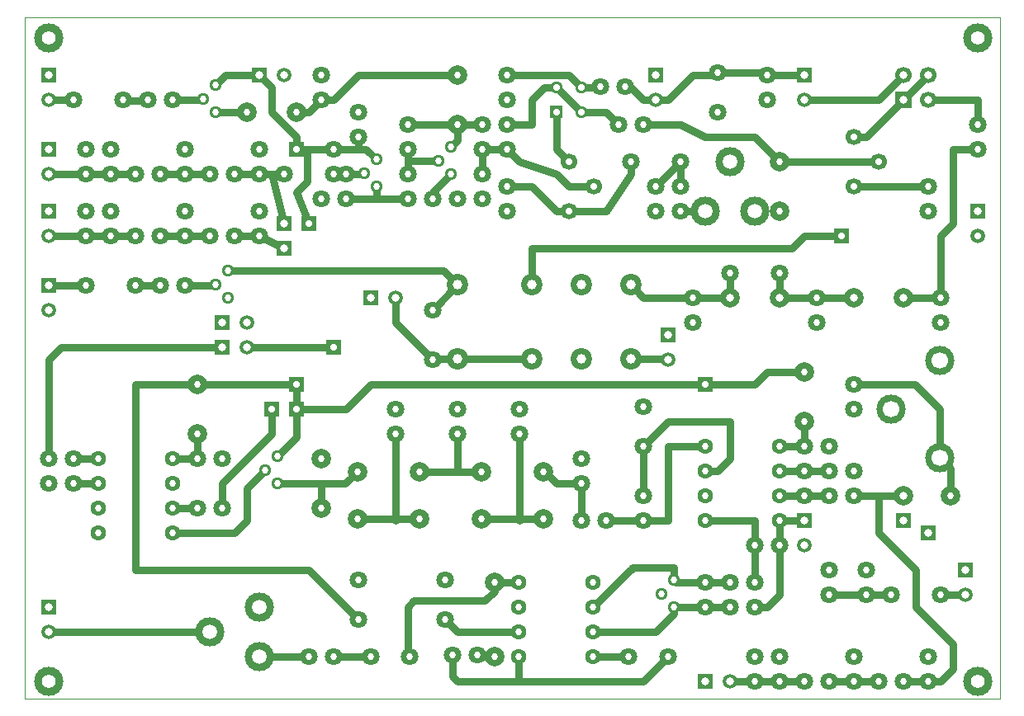
<source format=gbr>
%FSLAX34Y34*%
%MOMM*%
%LNSILK_TOP*%
G71*
G01*
%ADD10C, 0.00*%
%ADD11C, 1.52*%
%ADD12C, 1.80*%
%ADD13C, 0.80*%
%ADD14C, 1.28*%
%ADD15C, 2.00*%
%ADD16C, 1.70*%
%ADD17C, 1.28*%
%ADD18C, 3.00*%
%ADD19C, 1.70*%
%ADD20C, 1.60*%
%ADD21C, 2.20*%
%ADD22C, 1.52*%
%ADD23C, 2.00*%
%ADD24C, 3.00*%
%ADD25C, 3.00*%
%ADD26C, 0.60*%
%ADD27C, 0.52*%
%ADD28C, 0.70*%
%ADD29C, 0.72*%
%ADD30C, 1.50*%
%ADD31C, 1.00*%
%ADD32C, 1.70*%
%ADD33C, 1.40*%
%ADD34C, 0.69*%
%LPD*%
G54D10*
X-50000Y1050000D02*
X950000Y1050000D01*
X950000Y350000D01*
X-50000Y350000D01*
X-50000Y1050000D01*
G36*
X-17800Y998200D02*
X-17800Y983000D01*
X-33000Y983000D01*
X-33000Y998200D01*
X-17800Y998200D01*
G37*
X-25400Y965200D02*
G54D11*
D03*
X76200Y965200D02*
G54D12*
D03*
X101600Y965200D02*
G54D12*
D03*
X50800Y965200D02*
G54D12*
D03*
X0Y965200D02*
G54D12*
D03*
G54D13*
X51808Y963933D02*
X74933Y963933D01*
X76200Y965200D01*
X145766Y952171D02*
G54D14*
D03*
X133066Y966171D02*
G54D14*
D03*
X145766Y980171D02*
G54D14*
D03*
G36*
X182900Y998200D02*
X198100Y998200D01*
X198100Y983000D01*
X182900Y983000D01*
X182900Y998200D01*
G37*
X215900Y990600D02*
G54D11*
D03*
G54D13*
X190500Y990600D02*
X156195Y990600D01*
X145766Y980171D01*
X177800Y952500D02*
G54D15*
D03*
X228600Y952500D02*
G54D15*
D03*
G54D13*
X177800Y952500D02*
X146095Y952500D01*
X145766Y952171D01*
X254000Y990600D02*
G54D12*
D03*
X254000Y965200D02*
G54D12*
D03*
X310866Y875971D02*
G54D14*
D03*
X298166Y889971D02*
G54D14*
D03*
X310866Y903971D02*
G54D14*
D03*
G36*
X-17800Y922000D02*
X-17800Y906800D01*
X-33000Y906800D01*
X-33000Y922000D01*
X-17800Y922000D01*
G37*
X-25400Y889000D02*
G54D11*
D03*
X12700Y914400D02*
G54D12*
D03*
X12700Y889000D02*
G54D12*
D03*
X38100Y914400D02*
G54D12*
D03*
X38100Y889000D02*
G54D12*
D03*
X63500Y889000D02*
G54D12*
D03*
X88900Y889000D02*
G54D12*
D03*
X114300Y914400D02*
G54D12*
D03*
X114300Y889000D02*
G54D12*
D03*
X139700Y889000D02*
G54D12*
D03*
X165100Y889000D02*
G54D12*
D03*
X190500Y914400D02*
G54D12*
D03*
X190500Y889000D02*
G54D12*
D03*
G54D13*
X-25400Y889000D02*
X12700Y889000D01*
X38100Y889000D01*
X63500Y889000D01*
G54D13*
X88900Y889000D02*
X114300Y889000D01*
X139700Y889000D01*
G54D13*
X165100Y889000D02*
X190500Y889000D01*
G54D13*
X-25400Y965200D02*
X0Y965200D01*
G54D13*
X101600Y965200D02*
X132095Y965200D01*
X133066Y966171D01*
X266700Y914400D02*
G54D12*
D03*
X266700Y889000D02*
G54D12*
D03*
G54D13*
X266700Y889000D02*
X297195Y889000D01*
X298166Y889971D01*
G54D13*
X266700Y914400D02*
X300437Y914400D01*
X310866Y903971D01*
X292100Y952500D02*
G54D12*
D03*
X292100Y927100D02*
G54D12*
D03*
G54D13*
X292100Y927100D02*
X292100Y914400D01*
G54D13*
X228600Y952500D02*
X241300Y952500D01*
X254000Y965200D01*
X342900Y863600D02*
G54D12*
D03*
X342900Y889000D02*
G54D12*
D03*
X387066Y888671D02*
G54D14*
D03*
X374366Y902671D02*
G54D14*
D03*
X387066Y916671D02*
G54D14*
D03*
X342900Y939800D02*
G54D12*
D03*
X342900Y914400D02*
G54D12*
D03*
G54D13*
X342900Y889000D02*
X342900Y914400D01*
X254000Y863600D02*
G54D12*
D03*
X279400Y863600D02*
G54D12*
D03*
G54D13*
X279400Y863600D02*
X342900Y863600D01*
G54D13*
X310866Y875971D02*
X310866Y863421D01*
X310766Y863321D01*
X393700Y990600D02*
G54D15*
D03*
X393700Y939800D02*
G54D15*
D03*
G54D13*
X254000Y965200D02*
X266700Y965200D01*
X292100Y990600D01*
X393700Y990600D01*
G54D13*
X393700Y939800D02*
X393700Y923305D01*
X387066Y916671D01*
G54D13*
X374366Y902671D02*
X343871Y902671D01*
X342900Y901700D01*
G54D13*
X342900Y939800D02*
X393700Y939800D01*
X419100Y939800D02*
G54D12*
D03*
X419100Y914400D02*
G54D12*
D03*
X419100Y889000D02*
G54D12*
D03*
X419100Y863600D02*
G54D12*
D03*
X444500Y939800D02*
G54D12*
D03*
X444500Y914400D02*
G54D12*
D03*
G54D13*
X419100Y914400D02*
X444500Y914400D01*
G54D13*
X419100Y914400D02*
X419100Y889000D01*
G54D13*
X393700Y939800D02*
X419100Y939800D01*
X508000Y850900D02*
G54D16*
D03*
X533400Y876300D02*
G54D16*
D03*
X508000Y901700D02*
G54D16*
D03*
X444500Y876300D02*
G54D12*
D03*
X444500Y850900D02*
G54D12*
D03*
G36*
X488900Y958900D02*
X501700Y958900D01*
X501700Y946100D01*
X488900Y946100D01*
X488900Y958900D01*
G37*
X495300Y977900D02*
G54D17*
D03*
X520700Y952500D02*
G54D17*
D03*
X520700Y977900D02*
G54D17*
D03*
X444500Y990600D02*
G54D12*
D03*
X444500Y965200D02*
G54D12*
D03*
G54D13*
X495300Y977900D02*
X520700Y952500D01*
G54D13*
X444500Y939800D02*
X469900Y939800D01*
X469900Y965200D01*
X482600Y977900D01*
X495300Y977900D01*
G54D13*
X444500Y990600D02*
X508000Y990600D01*
X520700Y977900D01*
G54D13*
X495300Y952500D02*
X495300Y914400D01*
X508000Y901700D01*
G54D13*
X444500Y876300D02*
X469900Y876300D01*
X495300Y850900D01*
X508000Y850900D01*
G54D13*
X444500Y914400D02*
X457200Y901700D01*
X495293Y889000D01*
X508000Y876293D01*
X533400Y876300D01*
X584200Y939800D02*
G54D12*
D03*
X558800Y939800D02*
G54D12*
D03*
G54D13*
X520700Y952500D02*
X546100Y952500D01*
X558800Y939800D01*
X622300Y901700D02*
G54D12*
D03*
X571500Y901700D02*
G54D12*
D03*
G54D13*
X508000Y850900D02*
X546100Y850900D01*
X571500Y889000D01*
X571500Y901700D01*
X596900Y876300D02*
G54D12*
D03*
X596900Y850900D02*
G54D12*
D03*
G54D13*
X596900Y876300D02*
X622300Y901700D01*
X622300Y876300D02*
G54D12*
D03*
X622300Y850900D02*
G54D12*
D03*
G54D13*
X622300Y901700D02*
X622300Y876300D01*
X647700Y850900D02*
G54D18*
D03*
X698500Y850900D02*
G54D18*
D03*
X673100Y901700D02*
G54D18*
D03*
G54D13*
X622300Y850900D02*
X647700Y850900D01*
X660400Y952500D02*
G54D12*
D03*
X660400Y992500D02*
G54D12*
D03*
X566178Y978299D02*
G54D12*
D03*
X540778Y978299D02*
G54D12*
D03*
G54D13*
X520700Y977900D02*
X540379Y977900D01*
X540778Y978299D01*
G36*
X604500Y998200D02*
X604500Y983000D01*
X589300Y983000D01*
X589300Y998200D01*
X604500Y998200D01*
G37*
X596900Y965200D02*
G54D11*
D03*
G54D13*
X566178Y978299D02*
X571101Y978299D01*
X584200Y965200D01*
X596900Y965200D01*
X711200Y990600D02*
G54D12*
D03*
X711200Y965200D02*
G54D12*
D03*
G54D13*
X596900Y965200D02*
X609600Y965200D01*
X635000Y990600D01*
X658500Y990600D01*
X660400Y992500D01*
G54D13*
X660400Y992500D02*
X709300Y992500D01*
X711200Y990600D01*
X800100Y876300D02*
G54D16*
D03*
X825500Y901700D02*
G54D16*
D03*
X800100Y927100D02*
G54D16*
D03*
X723900Y901700D02*
G54D15*
D03*
X723900Y850900D02*
G54D15*
D03*
G36*
X756900Y998200D02*
X756900Y983000D01*
X741700Y983000D01*
X741700Y998200D01*
X756900Y998200D01*
G37*
X749300Y965200D02*
G54D11*
D03*
G54D13*
X711200Y990600D02*
X749300Y990600D01*
G36*
X842400Y973700D02*
X859400Y973700D01*
X859400Y956700D01*
X842400Y956700D01*
X842400Y973700D01*
G37*
X850900Y990600D02*
G54D19*
D03*
X876300Y965200D02*
G54D19*
D03*
X876300Y990600D02*
G54D19*
D03*
X927100Y914400D02*
G54D12*
D03*
X927100Y939800D02*
G54D12*
D03*
G54D13*
X850900Y965200D02*
X876300Y990600D01*
G54D13*
X876300Y965200D02*
X927100Y965200D01*
X927100Y939800D01*
X876300Y876300D02*
G54D12*
D03*
X876300Y850900D02*
G54D12*
D03*
G54D13*
X800100Y876300D02*
X876300Y876300D01*
G54D13*
X825500Y901700D02*
X723900Y901700D01*
G54D13*
X800100Y927100D02*
X812800Y927100D01*
X850900Y965200D01*
G54D13*
X584200Y939800D02*
X622300Y939800D01*
X647700Y927100D01*
X698500Y927100D01*
X723900Y901700D01*
G54D13*
X749300Y965200D02*
X825500Y965200D01*
X850900Y990600D01*
X25400Y596900D02*
G54D20*
D03*
X25400Y571500D02*
G54D20*
D03*
X25400Y546100D02*
G54D20*
D03*
X25400Y520700D02*
G54D20*
D03*
X101600Y596900D02*
G54D20*
D03*
X101600Y571500D02*
G54D20*
D03*
X101600Y546100D02*
G54D20*
D03*
X101600Y520700D02*
G54D20*
D03*
X647700Y609600D02*
G54D20*
D03*
X647700Y584200D02*
G54D20*
D03*
X647700Y558800D02*
G54D20*
D03*
X647700Y533400D02*
G54D20*
D03*
X723900Y609600D02*
G54D20*
D03*
X723900Y584200D02*
G54D20*
D03*
X723900Y558800D02*
G54D20*
D03*
X723900Y533400D02*
G54D20*
D03*
X291250Y583350D02*
G54D15*
D03*
X291250Y534950D02*
G54D15*
D03*
X394085Y698735D02*
G54D21*
D03*
X394085Y774935D02*
G54D21*
D03*
X470285Y698735D02*
G54D21*
D03*
X521085Y698735D02*
G54D21*
D03*
X571885Y698735D02*
G54D21*
D03*
X470285Y774935D02*
G54D21*
D03*
X521085Y774935D02*
G54D21*
D03*
X571885Y774935D02*
G54D21*
D03*
G36*
X934700Y858500D02*
X934700Y843300D01*
X919500Y843300D01*
X919500Y858500D01*
X934700Y858500D01*
G37*
X927100Y825500D02*
G54D22*
D03*
X889000Y736600D02*
G54D12*
D03*
X889000Y762000D02*
G54D12*
D03*
X850900Y762000D02*
G54D23*
D03*
X800100Y762000D02*
G54D23*
D03*
X762000Y736600D02*
G54D12*
D03*
X762000Y762000D02*
G54D12*
D03*
X723900Y762000D02*
G54D23*
D03*
X673100Y762000D02*
G54D23*
D03*
X635000Y736600D02*
G54D12*
D03*
X635000Y762000D02*
G54D12*
D03*
G54D13*
X635000Y762000D02*
X673100Y762000D01*
G54D13*
X723900Y762000D02*
X762000Y762000D01*
G54D13*
X762000Y762000D02*
X800100Y762000D01*
G36*
X-17800Y782300D02*
X-17800Y767100D01*
X-33000Y767100D01*
X-33000Y782300D01*
X-17800Y782300D01*
G37*
X-25400Y749300D02*
G54D11*
D03*
X63500Y774700D02*
G54D12*
D03*
X12700Y774700D02*
G54D12*
D03*
X88900Y774700D02*
G54D12*
D03*
X114300Y774700D02*
G54D12*
D03*
X158466Y761671D02*
G54D14*
D03*
X145766Y775671D02*
G54D14*
D03*
X158466Y789671D02*
G54D14*
D03*
X368300Y698500D02*
G54D12*
D03*
X368300Y749300D02*
G54D12*
D03*
G54D13*
X-25400Y774700D02*
X12700Y774700D01*
G54D13*
X63500Y774700D02*
X88900Y774700D01*
G54D13*
X114300Y774700D02*
X144795Y774700D01*
X145766Y775671D01*
G54D13*
X158466Y789671D02*
X379349Y789671D01*
X394085Y774935D01*
G54D13*
X394085Y698735D02*
X368534Y698735D01*
X368300Y698500D01*
G54D13*
X394085Y774935D02*
X393934Y774935D01*
X368300Y749300D01*
G54D13*
X394085Y698735D02*
X470285Y698735D01*
G36*
X617200Y731500D02*
X617200Y716300D01*
X602000Y716300D01*
X602000Y731500D01*
X617200Y731500D01*
G37*
X609600Y698500D02*
G54D11*
D03*
G54D13*
X571885Y698735D02*
X609365Y698735D01*
X609600Y698500D01*
X354750Y583350D02*
G54D15*
D03*
X354750Y534950D02*
G54D15*
D03*
X418250Y583350D02*
G54D15*
D03*
X418250Y534950D02*
G54D15*
D03*
X481750Y583350D02*
G54D15*
D03*
X481750Y534950D02*
G54D15*
D03*
X330200Y622300D02*
G54D12*
D03*
X330200Y647700D02*
G54D12*
D03*
X393700Y622300D02*
G54D12*
D03*
X393700Y647700D02*
G54D12*
D03*
X457200Y622300D02*
G54D12*
D03*
X457200Y647700D02*
G54D12*
D03*
X209266Y571171D02*
G54D14*
D03*
X196566Y585171D02*
G54D14*
D03*
X209266Y599171D02*
G54D14*
D03*
G54D13*
X101600Y520700D02*
X165100Y520700D01*
X177800Y533400D01*
X177800Y566405D01*
X196566Y585171D01*
G54D13*
X209266Y571171D02*
X279071Y571171D01*
X291250Y583350D01*
X520700Y571500D02*
G54D12*
D03*
X520700Y596900D02*
G54D12*
D03*
X546100Y533400D02*
G54D12*
D03*
X520700Y533400D02*
G54D12*
D03*
X0Y596900D02*
G54D12*
D03*
X-25400Y596900D02*
G54D12*
D03*
X0Y571500D02*
G54D12*
D03*
X-25400Y571500D02*
G54D12*
D03*
G54D13*
X0Y596900D02*
X25400Y596900D01*
G54D13*
X0Y571500D02*
X25400Y571500D01*
X152400Y546100D02*
G54D12*
D03*
X127000Y546100D02*
G54D12*
D03*
X152400Y596900D02*
G54D12*
D03*
X127000Y596900D02*
G54D12*
D03*
G54D13*
X101600Y546100D02*
X127000Y546100D01*
X584200Y558800D02*
G54D12*
D03*
X584200Y533400D02*
G54D12*
D03*
X584200Y649600D02*
G54D12*
D03*
X584200Y609600D02*
G54D12*
D03*
G54D13*
X520700Y571500D02*
X520700Y533400D01*
G54D13*
X546100Y533400D02*
X584200Y533400D01*
G54D13*
X291250Y534950D02*
X354750Y534950D01*
G54D13*
X354750Y583350D02*
X418250Y583350D01*
G54D13*
X418250Y534950D02*
X481750Y534950D01*
G54D13*
X481750Y583350D02*
X483450Y583350D01*
X495300Y571500D01*
X520700Y571500D01*
G54D13*
X330200Y622300D02*
X330200Y533400D01*
G54D13*
X393700Y622300D02*
X393700Y584200D01*
G54D13*
X457200Y622300D02*
X457200Y533400D01*
G54D13*
X584200Y609600D02*
X584200Y558800D01*
G36*
X208300Y820400D02*
X223500Y820400D01*
X223500Y805200D01*
X208300Y805200D01*
X208300Y820400D01*
G37*
G36*
X195600Y655300D02*
X210800Y655300D01*
X210800Y640100D01*
X195600Y640100D01*
X195600Y655300D01*
G37*
G36*
X221000Y922000D02*
X236200Y922000D01*
X236200Y906800D01*
X221000Y906800D01*
X221000Y922000D01*
G37*
G54D13*
X266700Y914400D02*
X228600Y914400D01*
X228600Y927100D01*
X203200Y952500D01*
X203200Y977900D01*
X190500Y990600D01*
G36*
X233700Y845800D02*
X248900Y845800D01*
X248900Y830600D01*
X233700Y830600D01*
X233700Y845800D01*
G37*
G36*
X221000Y680700D02*
X236200Y680700D01*
X236200Y665500D01*
X221000Y665500D01*
X221000Y680700D01*
G37*
G36*
X221000Y655300D02*
X236200Y655300D01*
X236200Y640100D01*
X221000Y640100D01*
X221000Y655300D01*
G37*
G54D13*
X228600Y647700D02*
X228600Y618505D01*
X209266Y599171D01*
X215900Y889000D02*
G54D12*
D03*
X266700Y889000D02*
G54D12*
D03*
G54D13*
X190500Y889000D02*
X215900Y889000D01*
G54D13*
X215900Y838200D02*
X203200Y889000D01*
G54D13*
X241300Y838200D02*
X228600Y869900D01*
X239700Y881000D01*
X239700Y912800D01*
X241300Y914400D01*
G54D13*
X647700Y609600D02*
X609600Y609600D01*
X609600Y533400D01*
X584200Y533400D01*
X749300Y558800D02*
G54D12*
D03*
X749300Y584200D02*
G54D12*
D03*
X774700Y609600D02*
G54D12*
D03*
X749300Y609600D02*
G54D12*
D03*
G54D13*
X723900Y609600D02*
X749300Y609600D01*
G54D13*
X723900Y584200D02*
X749300Y584200D01*
G54D13*
X723900Y558800D02*
X749300Y558800D01*
X800100Y584200D02*
G54D12*
D03*
X774700Y584200D02*
G54D12*
D03*
X800100Y558800D02*
G54D12*
D03*
X774700Y558800D02*
G54D12*
D03*
G54D13*
X749300Y558800D02*
X774700Y558800D01*
G54D13*
X749300Y584200D02*
X774700Y584200D01*
X850900Y558800D02*
G54D23*
D03*
X899300Y558800D02*
G54D15*
D03*
G54D13*
X800100Y558800D02*
X850900Y558800D01*
X838200Y647700D02*
G54D24*
D03*
X888200Y697700D02*
G54D24*
D03*
X888200Y597700D02*
G54D24*
D03*
G54D13*
X899300Y558800D02*
X899300Y586600D01*
X888200Y597700D01*
X800100Y647700D02*
G54D12*
D03*
X800100Y673100D02*
G54D12*
D03*
G54D13*
X800100Y673100D02*
X862800Y673100D01*
X888200Y647700D01*
X888200Y597700D01*
G36*
X640100Y680700D02*
X655300Y680700D01*
X655300Y665500D01*
X640100Y665500D01*
X640100Y680700D01*
G37*
G54D13*
X698500Y673100D02*
X647700Y673100D01*
G36*
X297200Y769600D02*
X312400Y769600D01*
X312400Y754400D01*
X297200Y754400D01*
X297200Y769600D01*
G37*
X330200Y762000D02*
G54D11*
D03*
X698500Y469900D02*
G54D12*
D03*
X673100Y469900D02*
G54D12*
D03*
X698500Y444500D02*
G54D12*
D03*
X673100Y444500D02*
G54D12*
D03*
X647700Y469900D02*
G54D12*
D03*
X647700Y444500D02*
G54D12*
D03*
G54D13*
X673100Y469900D02*
X647700Y469900D01*
G54D13*
X673100Y444500D02*
X647700Y444500D01*
X615666Y444171D02*
G54D14*
D03*
X602966Y458171D02*
G54D14*
D03*
X615666Y472171D02*
G54D14*
D03*
G54D13*
X647700Y469900D02*
X617937Y469900D01*
X615666Y472171D01*
G54D13*
X647700Y444500D02*
X615995Y444500D01*
X615666Y444171D01*
G36*
X922000Y490200D02*
X922000Y475000D01*
X906800Y475000D01*
X906800Y490200D01*
X922000Y490200D01*
G37*
X914400Y457200D02*
G54D11*
D03*
X838200Y457200D02*
G54D12*
D03*
X889000Y457200D02*
G54D12*
D03*
X812800Y457200D02*
G54D12*
D03*
X812800Y482600D02*
G54D12*
D03*
X774700Y482600D02*
G54D12*
D03*
X774700Y457200D02*
G54D12*
D03*
G54D13*
X914400Y457200D02*
X889000Y457200D01*
G54D13*
X838200Y457200D02*
X812800Y457200D01*
X774700Y457200D01*
X533251Y393690D02*
G54D20*
D03*
X533251Y419090D02*
G54D20*
D03*
X533251Y444491D02*
G54D20*
D03*
X533251Y469890D02*
G54D20*
D03*
X457051Y393690D02*
G54D20*
D03*
X457051Y419090D02*
G54D20*
D03*
X457051Y444491D02*
G54D20*
D03*
X457051Y469890D02*
G54D20*
D03*
G54D13*
X615666Y444171D02*
X615666Y437866D01*
X596900Y419100D01*
X533251Y419090D01*
G54D13*
X615666Y472171D02*
X615666Y484721D01*
X615566Y484821D01*
X573721Y484821D01*
X571500Y482600D01*
X571360Y482600D01*
X533251Y444491D01*
X388726Y395177D02*
G54D12*
D03*
X414126Y395177D02*
G54D12*
D03*
X381000Y471800D02*
G54D12*
D03*
X381000Y431800D02*
G54D12*
D03*
X431800Y469900D02*
G54D15*
D03*
X431800Y393700D02*
G54D15*
D03*
G54D13*
X457051Y469890D02*
X431800Y469900D01*
G54D13*
X457051Y419090D02*
X393710Y419090D01*
X381000Y431800D01*
X292100Y471800D02*
G54D12*
D03*
X292100Y431800D02*
G54D12*
D03*
X304800Y393700D02*
G54D12*
D03*
X344800Y393700D02*
G54D12*
D03*
X190500Y393700D02*
G54D18*
D03*
X190500Y444500D02*
G54D18*
D03*
X139700Y419100D02*
G54D18*
D03*
G36*
X-17800Y452100D02*
X-17800Y436900D01*
X-33000Y436900D01*
X-33000Y452100D01*
X-17800Y452100D01*
G37*
X-25400Y419100D02*
G54D11*
D03*
X266700Y393700D02*
G54D12*
D03*
X241300Y393700D02*
G54D12*
D03*
G54D13*
X431800Y469900D02*
X431800Y460300D01*
X422300Y450800D01*
X349200Y450800D01*
X342900Y444500D01*
X342900Y395600D01*
X344800Y393700D01*
G54D13*
X304800Y393700D02*
X266700Y393700D01*
G54D13*
X241300Y393700D02*
X190500Y393700D01*
G54D13*
X139700Y419100D02*
X-25400Y419100D01*
G36*
X756900Y541000D02*
X756900Y525800D01*
X741700Y525800D01*
X741700Y541000D01*
X756900Y541000D01*
G37*
X749300Y508000D02*
G54D11*
D03*
X723900Y508000D02*
G54D12*
D03*
X698500Y508000D02*
G54D12*
D03*
G54D13*
X723900Y533400D02*
X749300Y533400D01*
G54D13*
X723900Y533400D02*
X723900Y508000D01*
G54D13*
X647700Y533400D02*
X698500Y533400D01*
X698500Y508000D01*
G54D13*
X698500Y508000D02*
X698500Y469900D01*
G54D13*
X723900Y508000D02*
X723900Y457200D01*
X711200Y444500D01*
X698500Y444500D01*
X-25400Y1028700D02*
G54D12*
D03*
X927100Y1028700D02*
G54D12*
D03*
X927100Y368300D02*
G54D12*
D03*
X-25400Y368300D02*
G54D12*
D03*
X-25400Y1028700D02*
G54D12*
D03*
X-25400Y1028700D02*
G54D12*
D03*
X-25400Y1028700D02*
G54D12*
D03*
X927100Y1028700D02*
G54D25*
D03*
X927100Y368300D02*
G54D25*
D03*
X-25400Y368300D02*
G54D25*
D03*
X-25400Y1028700D02*
G54D25*
D03*
X-25400Y1028700D02*
G54D25*
D03*
X927100Y1028700D02*
G54D25*
D03*
X927100Y368300D02*
G54D25*
D03*
X-25400Y368300D02*
G54D25*
D03*
X673100Y787400D02*
G54D12*
D03*
X723900Y787400D02*
G54D12*
D03*
G54D13*
X431800Y393700D02*
X415603Y393700D01*
X414126Y395177D01*
X569600Y393700D02*
G54D12*
D03*
X609600Y393700D02*
G54D12*
D03*
G54D13*
X533251Y393690D02*
X569600Y393700D01*
G54D13*
X388726Y395177D02*
X388726Y373274D01*
X393700Y368300D01*
X584200Y368300D01*
X609600Y393700D01*
G54D13*
X457051Y393690D02*
X457051Y368449D01*
X457200Y368300D01*
X749300Y635000D02*
G54D15*
D03*
X749300Y685800D02*
G54D15*
D03*
G54D13*
X698500Y673100D02*
X711200Y685800D01*
G54D13*
X749300Y685800D02*
X711200Y685800D01*
X698500Y673100D01*
X647700Y673100D01*
G54D13*
X749300Y609600D02*
X749300Y635000D01*
X127000Y622300D02*
G54D15*
D03*
X127000Y673100D02*
G54D15*
D03*
G54D13*
X127000Y622300D02*
X127000Y596900D01*
G54D13*
X101600Y596900D02*
X127000Y596900D01*
X254000Y546100D02*
G54D15*
D03*
X254000Y596900D02*
G54D15*
D03*
G54D13*
X254000Y546100D02*
X254000Y571500D01*
G54D13*
X203200Y647700D02*
X203200Y622300D01*
X152400Y571500D01*
X152400Y546100D01*
G54D13*
X228600Y647700D02*
X279400Y647700D01*
X304800Y673100D01*
X647700Y673100D01*
G54D13*
X127000Y673100D02*
X228600Y673100D01*
X228600Y647700D01*
G54D13*
X330200Y762000D02*
X330200Y736599D01*
X368300Y698500D01*
G36*
X259100Y718800D02*
X274300Y718800D01*
X274300Y703600D01*
X259100Y703600D01*
X259100Y718800D01*
G37*
G54D13*
X177800Y711200D02*
X266700Y711200D01*
G54D13*
X414126Y395177D02*
X430323Y395177D01*
X431800Y393700D01*
G54D13*
X850900Y762000D02*
X889000Y762000D01*
G54D13*
X927100Y914400D02*
X901700Y914400D01*
X901700Y838200D01*
X889000Y825500D01*
X889000Y762000D01*
G54D13*
X635000Y762000D02*
X584820Y762000D01*
X571885Y774935D01*
G54D13*
X673100Y762000D02*
X673100Y787400D01*
G54D13*
X723900Y762000D02*
X723900Y787400D01*
G36*
X779800Y833100D02*
X795000Y833100D01*
X795000Y817900D01*
X779800Y817900D01*
X779800Y833100D01*
G37*
G54D13*
X470285Y774935D02*
X470285Y812415D01*
X469900Y812800D01*
X736600Y812800D01*
X749300Y825500D01*
X787400Y825500D01*
G36*
X144800Y718800D02*
X160000Y718800D01*
X160000Y703600D01*
X144800Y703600D01*
X144800Y718800D01*
G37*
X177800Y711200D02*
G54D11*
D03*
G54D13*
X152400Y711200D02*
X-12700Y711200D01*
X-25400Y698500D01*
X-25400Y596900D01*
G36*
X144800Y744200D02*
X160000Y744200D01*
X160000Y729000D01*
X144800Y729000D01*
X144800Y744200D01*
G37*
X177800Y736600D02*
G54D11*
D03*
G36*
X779800Y833100D02*
X795000Y833100D01*
X795000Y817900D01*
X779800Y817900D01*
X779800Y833100D01*
G37*
G36*
X919500Y858500D02*
X934700Y858500D01*
X934700Y843300D01*
X919500Y843300D01*
X919500Y858500D01*
G37*
G36*
X868700Y528300D02*
X883900Y528300D01*
X883900Y513100D01*
X868700Y513100D01*
X868700Y528300D01*
G37*
G36*
X843300Y541000D02*
X858500Y541000D01*
X858500Y525800D01*
X843300Y525800D01*
X843300Y541000D01*
G37*
G54D13*
X127000Y673100D02*
X63500Y673100D01*
X63500Y482600D01*
X241300Y482600D01*
X292100Y431800D01*
G54D13*
X584200Y609600D02*
X609600Y635000D01*
X673100Y635000D01*
X673100Y596900D01*
X660400Y584200D01*
X647700Y584200D01*
G54D13*
X368300Y863600D02*
X368300Y869905D01*
X387066Y888671D01*
X393700Y863600D02*
G54D12*
D03*
X368300Y863600D02*
G54D12*
D03*
X279400Y889000D02*
G54D12*
D03*
G36*
X640100Y375900D02*
X655300Y375900D01*
X655300Y360700D01*
X640100Y360700D01*
X640100Y375900D01*
G37*
X673100Y368300D02*
G54D11*
D03*
X698500Y393700D02*
G54D12*
D03*
X698500Y368300D02*
G54D12*
D03*
X723900Y393700D02*
G54D12*
D03*
X723900Y368300D02*
G54D12*
D03*
X749300Y368300D02*
G54D12*
D03*
X774700Y368300D02*
G54D12*
D03*
X800100Y393700D02*
G54D12*
D03*
X800100Y368300D02*
G54D12*
D03*
X825500Y368300D02*
G54D12*
D03*
X850900Y368300D02*
G54D12*
D03*
X876300Y393700D02*
G54D12*
D03*
X876300Y368300D02*
G54D12*
D03*
G54D13*
X673100Y368300D02*
X698500Y368300D01*
X723900Y368300D01*
X749300Y368300D01*
G54D13*
X774700Y368300D02*
X800100Y368300D01*
X825500Y368300D01*
G54D13*
X850900Y368300D02*
X876300Y368300D01*
G54D13*
X876300Y368300D02*
X889000Y368300D01*
X901700Y381000D01*
X901700Y406400D01*
X863600Y444500D01*
X863600Y482600D01*
X825500Y520700D01*
X825500Y558800D01*
X800100Y558800D01*
G36*
X-17800Y858500D02*
X-17800Y843300D01*
X-33000Y843300D01*
X-33000Y858500D01*
X-17800Y858500D01*
G37*
X-25400Y825500D02*
G54D11*
D03*
X12700Y850900D02*
G54D12*
D03*
X12700Y825500D02*
G54D12*
D03*
X38100Y850900D02*
G54D12*
D03*
X38100Y825500D02*
G54D12*
D03*
X63500Y825500D02*
G54D12*
D03*
X88900Y825500D02*
G54D12*
D03*
X114300Y850900D02*
G54D12*
D03*
X114300Y825500D02*
G54D12*
D03*
X139700Y825500D02*
G54D12*
D03*
X165100Y825500D02*
G54D12*
D03*
X190500Y850900D02*
G54D12*
D03*
X190500Y825500D02*
G54D12*
D03*
G54D13*
X-25400Y825500D02*
X12700Y825500D01*
X38100Y825500D01*
X63500Y825500D01*
G54D13*
X88900Y825500D02*
X114300Y825500D01*
X139700Y825500D01*
G54D13*
X165100Y825500D02*
X190500Y825500D01*
G54D13*
X190500Y825500D02*
X215900Y812800D01*
G36*
X223500Y845800D02*
X223500Y830600D01*
X208300Y830600D01*
X208300Y845800D01*
X223500Y845800D01*
G37*
X215900Y812800D02*
G54D11*
D03*
%LNAUGENFREISTANZEN*%
%LPC*%
X-25400Y990600D02*
G54D13*
D03*
X-25400Y965200D02*
G54D13*
D03*
X76200Y965200D02*
G54D26*
D03*
X101600Y965200D02*
G54D26*
D03*
X50800Y965200D02*
G54D26*
D03*
X0Y965200D02*
G54D26*
D03*
X145766Y952171D02*
G54D27*
D03*
X133066Y966171D02*
G54D27*
D03*
X145766Y980171D02*
G54D27*
D03*
X190500Y990600D02*
G54D13*
D03*
X215900Y990600D02*
G54D13*
D03*
X177800Y952500D02*
G54D26*
D03*
X228600Y952500D02*
G54D26*
D03*
X254000Y990600D02*
G54D26*
D03*
X254000Y965200D02*
G54D26*
D03*
X310866Y875971D02*
G54D27*
D03*
X298166Y889971D02*
G54D27*
D03*
X310866Y903971D02*
G54D27*
D03*
X-25400Y914400D02*
G54D13*
D03*
X-25400Y889000D02*
G54D13*
D03*
X12700Y914400D02*
G54D26*
D03*
X12700Y889000D02*
G54D26*
D03*
X38100Y914400D02*
G54D26*
D03*
X38100Y889000D02*
G54D26*
D03*
X63500Y889000D02*
G54D26*
D03*
X88900Y889000D02*
G54D26*
D03*
X114300Y914400D02*
G54D26*
D03*
X114300Y889000D02*
G54D26*
D03*
X139700Y889000D02*
G54D26*
D03*
X165100Y889000D02*
G54D26*
D03*
X190500Y914400D02*
G54D26*
D03*
X190500Y889000D02*
G54D26*
D03*
X266700Y914400D02*
G54D26*
D03*
X266700Y889000D02*
G54D26*
D03*
X292100Y952500D02*
G54D26*
D03*
X292100Y927100D02*
G54D26*
D03*
X342900Y863600D02*
G54D26*
D03*
X342900Y889000D02*
G54D26*
D03*
X387066Y888671D02*
G54D27*
D03*
X374366Y902671D02*
G54D27*
D03*
X387066Y916671D02*
G54D27*
D03*
X342900Y939800D02*
G54D26*
D03*
X342900Y914400D02*
G54D26*
D03*
X254000Y863600D02*
G54D26*
D03*
X279400Y863600D02*
G54D26*
D03*
X393700Y990600D02*
G54D26*
D03*
X393700Y939800D02*
G54D26*
D03*
X419100Y939800D02*
G54D26*
D03*
X419100Y914400D02*
G54D26*
D03*
X419100Y889000D02*
G54D26*
D03*
X419100Y863600D02*
G54D26*
D03*
X444500Y939800D02*
G54D26*
D03*
X444500Y914400D02*
G54D26*
D03*
X508000Y850900D02*
G54D28*
D03*
X533400Y876300D02*
G54D28*
D03*
X508000Y901700D02*
G54D28*
D03*
X444500Y876300D02*
G54D26*
D03*
X444500Y850900D02*
G54D26*
D03*
X495300Y952500D02*
G54D29*
D03*
X495300Y977900D02*
G54D29*
D03*
X520700Y952500D02*
G54D29*
D03*
X520700Y977900D02*
G54D29*
D03*
X444500Y990600D02*
G54D26*
D03*
X444500Y965200D02*
G54D26*
D03*
X584200Y939800D02*
G54D26*
D03*
X558800Y939800D02*
G54D26*
D03*
X622300Y901700D02*
G54D26*
D03*
X571500Y901700D02*
G54D26*
D03*
X596900Y876300D02*
G54D26*
D03*
X596900Y850900D02*
G54D26*
D03*
X622300Y876300D02*
G54D26*
D03*
X622300Y850900D02*
G54D26*
D03*
X647700Y850900D02*
G54D30*
D03*
X698500Y850900D02*
G54D30*
D03*
X673100Y901700D02*
G54D30*
D03*
X660400Y952500D02*
G54D26*
D03*
X660400Y992500D02*
G54D26*
D03*
X566178Y978299D02*
G54D26*
D03*
X540778Y978299D02*
G54D26*
D03*
X596900Y990600D02*
G54D13*
D03*
X596900Y965200D02*
G54D13*
D03*
X711200Y990600D02*
G54D26*
D03*
X711200Y965200D02*
G54D26*
D03*
X800100Y876300D02*
G54D28*
D03*
X825500Y901700D02*
G54D28*
D03*
X800100Y927100D02*
G54D28*
D03*
X723900Y901700D02*
G54D26*
D03*
X723900Y850900D02*
G54D26*
D03*
X749300Y990600D02*
G54D13*
D03*
X749300Y965200D02*
G54D13*
D03*
X850900Y965200D02*
G54D13*
D03*
X850900Y990600D02*
G54D13*
D03*
X876300Y965200D02*
G54D13*
D03*
X876300Y990600D02*
G54D13*
D03*
X927100Y914400D02*
G54D26*
D03*
X927100Y939800D02*
G54D26*
D03*
X876300Y876300D02*
G54D26*
D03*
X876300Y850900D02*
G54D26*
D03*
X25400Y596900D02*
G54D26*
D03*
X25400Y571500D02*
G54D26*
D03*
X25400Y546100D02*
G54D26*
D03*
X25400Y520700D02*
G54D26*
D03*
X101600Y596900D02*
G54D26*
D03*
X101600Y571500D02*
G54D26*
D03*
X101600Y546100D02*
G54D26*
D03*
X101600Y520700D02*
G54D26*
D03*
X647700Y609600D02*
G54D26*
D03*
X647700Y584200D02*
G54D26*
D03*
X647700Y558800D02*
G54D26*
D03*
X647700Y533400D02*
G54D26*
D03*
X723900Y609600D02*
G54D26*
D03*
X723900Y584200D02*
G54D26*
D03*
X723900Y558800D02*
G54D26*
D03*
X723900Y533400D02*
G54D26*
D03*
X291250Y583350D02*
G54D26*
D03*
X291250Y534950D02*
G54D26*
D03*
X394085Y698735D02*
G54D31*
D03*
X394085Y774935D02*
G54D31*
D03*
X470285Y698735D02*
G54D31*
D03*
X521085Y698735D02*
G54D31*
D03*
X571885Y698735D02*
G54D31*
D03*
X470285Y774935D02*
G54D31*
D03*
X521085Y774935D02*
G54D31*
D03*
X571885Y774935D02*
G54D31*
D03*
X927100Y850900D02*
G54D29*
D03*
X927100Y825500D02*
G54D29*
D03*
X889000Y736600D02*
G54D26*
D03*
X889000Y762000D02*
G54D26*
D03*
X850900Y762000D02*
G54D13*
D03*
X800100Y762000D02*
G54D13*
D03*
X762000Y736600D02*
G54D26*
D03*
X762000Y762000D02*
G54D26*
D03*
X723900Y762000D02*
G54D13*
D03*
X673100Y762000D02*
G54D13*
D03*
X635000Y736600D02*
G54D26*
D03*
X635000Y762000D02*
G54D26*
D03*
X-25400Y774700D02*
G54D13*
D03*
X-25400Y749300D02*
G54D13*
D03*
X63500Y774700D02*
G54D26*
D03*
X12700Y774700D02*
G54D26*
D03*
X88900Y774700D02*
G54D26*
D03*
X114300Y774700D02*
G54D26*
D03*
X158466Y761671D02*
G54D27*
D03*
X145766Y775671D02*
G54D27*
D03*
X158466Y789671D02*
G54D27*
D03*
X368300Y698500D02*
G54D26*
D03*
X368300Y749300D02*
G54D26*
D03*
X609600Y723900D02*
G54D13*
D03*
X609600Y698500D02*
G54D13*
D03*
X354750Y583350D02*
G54D26*
D03*
X354750Y534950D02*
G54D26*
D03*
X418250Y583350D02*
G54D26*
D03*
X418250Y534950D02*
G54D26*
D03*
X481750Y583350D02*
G54D26*
D03*
X481750Y534950D02*
G54D26*
D03*
X330200Y622300D02*
G54D26*
D03*
X330200Y647700D02*
G54D26*
D03*
X393700Y622300D02*
G54D26*
D03*
X393700Y647700D02*
G54D26*
D03*
X457200Y622300D02*
G54D26*
D03*
X457200Y647700D02*
G54D26*
D03*
X209266Y571171D02*
G54D27*
D03*
X196566Y585171D02*
G54D27*
D03*
X209266Y599171D02*
G54D27*
D03*
X520700Y571500D02*
G54D26*
D03*
X520700Y596900D02*
G54D26*
D03*
X546100Y533400D02*
G54D26*
D03*
X520700Y533400D02*
G54D26*
D03*
X0Y596900D02*
G54D26*
D03*
X-25400Y596900D02*
G54D26*
D03*
X0Y571500D02*
G54D26*
D03*
X-25400Y571500D02*
G54D26*
D03*
X152400Y546100D02*
G54D26*
D03*
X127000Y546100D02*
G54D26*
D03*
X152400Y596900D02*
G54D26*
D03*
X127000Y596900D02*
G54D26*
D03*
X584200Y558800D02*
G54D26*
D03*
X584200Y533400D02*
G54D26*
D03*
X584200Y649600D02*
G54D26*
D03*
X584200Y609600D02*
G54D26*
D03*
X215900Y812800D02*
G54D29*
D03*
X203200Y647700D02*
G54D29*
D03*
X228600Y914400D02*
G54D29*
D03*
X241300Y838200D02*
G54D29*
D03*
X228600Y673100D02*
G54D29*
D03*
X228600Y647700D02*
G54D29*
D03*
X215900Y889000D02*
G54D26*
D03*
X266700Y889000D02*
G54D26*
D03*
X749300Y558800D02*
G54D26*
D03*
X749300Y584200D02*
G54D26*
D03*
X774700Y609600D02*
G54D26*
D03*
X749300Y609600D02*
G54D26*
D03*
X800100Y584200D02*
G54D26*
D03*
X774700Y584200D02*
G54D26*
D03*
X800100Y558800D02*
G54D26*
D03*
X774700Y558800D02*
G54D26*
D03*
X850900Y558800D02*
G54D13*
D03*
X899300Y558800D02*
G54D26*
D03*
X838200Y647700D02*
G54D32*
D03*
X888200Y697700D02*
G54D32*
D03*
X888200Y597700D02*
G54D32*
D03*
X800100Y647700D02*
G54D26*
D03*
X800100Y673100D02*
G54D26*
D03*
X647700Y673100D02*
G54D29*
D03*
X304800Y762000D02*
G54D13*
D03*
X330200Y762000D02*
G54D13*
D03*
X698500Y469900D02*
G54D26*
D03*
X673100Y469900D02*
G54D26*
D03*
X698500Y444500D02*
G54D26*
D03*
X673100Y444500D02*
G54D26*
D03*
X647700Y469900D02*
G54D26*
D03*
X647700Y444500D02*
G54D26*
D03*
X615666Y444171D02*
G54D27*
D03*
X602966Y458171D02*
G54D27*
D03*
X615666Y472171D02*
G54D27*
D03*
X914400Y482600D02*
G54D13*
D03*
X914400Y457200D02*
G54D13*
D03*
X838200Y457200D02*
G54D26*
D03*
X889000Y457200D02*
G54D26*
D03*
X812800Y457200D02*
G54D26*
D03*
X812800Y482600D02*
G54D26*
D03*
X774700Y482600D02*
G54D26*
D03*
X774700Y457200D02*
G54D26*
D03*
X533251Y393690D02*
G54D26*
D03*
X533251Y419090D02*
G54D26*
D03*
X533251Y444491D02*
G54D26*
D03*
X533251Y469890D02*
G54D26*
D03*
X457051Y393690D02*
G54D26*
D03*
X457051Y419090D02*
G54D26*
D03*
X457051Y444491D02*
G54D26*
D03*
X457051Y469890D02*
G54D26*
D03*
X388726Y395177D02*
G54D26*
D03*
X414126Y395177D02*
G54D26*
D03*
X381000Y471800D02*
G54D26*
D03*
X381000Y431800D02*
G54D26*
D03*
X431800Y469900D02*
G54D26*
D03*
X431800Y393700D02*
G54D26*
D03*
X292100Y471800D02*
G54D26*
D03*
X292100Y431800D02*
G54D26*
D03*
X304800Y393700D02*
G54D26*
D03*
X344800Y393700D02*
G54D26*
D03*
X190500Y393700D02*
G54D30*
D03*
X190500Y444500D02*
G54D30*
D03*
X139700Y419100D02*
G54D30*
D03*
X-25400Y444500D02*
G54D13*
D03*
X-25400Y419100D02*
G54D13*
D03*
X266700Y393700D02*
G54D26*
D03*
X241300Y393700D02*
G54D26*
D03*
X749300Y533400D02*
G54D13*
D03*
X749300Y508000D02*
G54D13*
D03*
X723900Y508000D02*
G54D26*
D03*
X698500Y508000D02*
G54D26*
D03*
X-25400Y1028700D02*
G54D26*
D03*
X927100Y1028700D02*
G54D26*
D03*
X927100Y368300D02*
G54D26*
D03*
X-25400Y368300D02*
G54D26*
D03*
X-25400Y1028700D02*
G54D26*
D03*
X-25400Y1028700D02*
G54D26*
D03*
X-25400Y1028700D02*
G54D26*
D03*
X927100Y1028700D02*
G54D33*
D03*
X927100Y368300D02*
G54D33*
D03*
X-25400Y368300D02*
G54D33*
D03*
X-25400Y1028700D02*
G54D33*
D03*
X-25400Y1028700D02*
G54D33*
D03*
X927100Y1028700D02*
G54D33*
D03*
X927100Y368300D02*
G54D33*
D03*
X-25400Y368300D02*
G54D33*
D03*
X673100Y787400D02*
G54D26*
D03*
X723900Y787400D02*
G54D26*
D03*
X569600Y393700D02*
G54D26*
D03*
X609600Y393700D02*
G54D26*
D03*
X749300Y635000D02*
G54D26*
D03*
X749300Y685800D02*
G54D26*
D03*
X127000Y622300D02*
G54D26*
D03*
X127000Y673100D02*
G54D26*
D03*
X254000Y546100D02*
G54D26*
D03*
X254000Y596900D02*
G54D26*
D03*
X266700Y711200D02*
G54D29*
D03*
X-25400Y965200D02*
G54D34*
D03*
X0Y965200D02*
G54D34*
D03*
X50800Y965200D02*
G54D34*
D03*
X76200Y965200D02*
G54D34*
D03*
X101600Y965200D02*
G54D34*
D03*
X133066Y966171D02*
G54D34*
D03*
X145766Y980171D02*
G54D34*
D03*
X145766Y952171D02*
G54D34*
D03*
X177800Y952500D02*
G54D34*
D03*
X190500Y990600D02*
G54D34*
D03*
X215900Y990600D02*
G54D34*
D03*
X-25400Y990600D02*
G54D34*
D03*
X254000Y990600D02*
G54D34*
D03*
X254000Y965200D02*
G54D34*
D03*
X228600Y952500D02*
G54D34*
D03*
X-25400Y914400D02*
G54D34*
D03*
X12700Y914400D02*
G54D34*
D03*
X38100Y914400D02*
G54D34*
D03*
X114300Y914400D02*
G54D34*
D03*
X190500Y914400D02*
G54D34*
D03*
X190500Y889000D02*
G54D34*
D03*
X165100Y889000D02*
G54D34*
D03*
X139700Y889000D02*
G54D34*
D03*
X114300Y889000D02*
G54D34*
D03*
X88900Y889000D02*
G54D34*
D03*
X63500Y889000D02*
G54D34*
D03*
X38100Y889000D02*
G54D34*
D03*
X12700Y889000D02*
G54D34*
D03*
X-25400Y889000D02*
G54D34*
D03*
X12700Y774700D02*
G54D34*
D03*
X-25400Y774700D02*
G54D34*
D03*
X-25400Y749300D02*
G54D34*
D03*
X63500Y774700D02*
G54D34*
D03*
X88900Y774700D02*
G54D34*
D03*
X114300Y774700D02*
G54D34*
D03*
X145766Y775671D02*
G54D34*
D03*
X158466Y789671D02*
G54D34*
D03*
X158466Y761671D02*
G54D34*
D03*
X304800Y762000D02*
G54D34*
D03*
X330200Y762000D02*
G54D34*
D03*
X368300Y749300D02*
G54D34*
D03*
X394085Y774935D02*
G54D34*
D03*
X215900Y812800D02*
G54D34*
D03*
X241300Y838200D02*
G54D34*
D03*
X228600Y914400D02*
G54D34*
D03*
X266700Y914400D02*
G54D34*
D03*
X266700Y889000D02*
G54D34*
D03*
X254000Y863600D02*
G54D34*
D03*
X279400Y863600D02*
G54D34*
D03*
X310866Y875971D02*
G54D34*
D03*
X298166Y889971D02*
G54D34*
D03*
X310866Y903971D02*
G54D34*
D03*
X292100Y927100D02*
G54D34*
D03*
X292100Y952500D02*
G54D34*
D03*
X393700Y990600D02*
G54D34*
D03*
X444500Y990600D02*
G54D34*
D03*
X444500Y965200D02*
G54D34*
D03*
X444500Y939800D02*
G54D34*
D03*
X419100Y939800D02*
G54D34*
D03*
X393700Y939800D02*
G54D34*
D03*
X342900Y939800D02*
G54D34*
D03*
X342900Y914400D02*
G54D34*
D03*
X342900Y889000D02*
G54D34*
D03*
X374366Y902671D02*
G54D34*
D03*
X342900Y863600D02*
G54D34*
D03*
X387066Y888671D02*
G54D34*
D03*
X393700Y863600D02*
G54D34*
D03*
X419100Y863600D02*
G54D34*
D03*
X419100Y889000D02*
G54D34*
D03*
X419100Y914400D02*
G54D34*
D03*
X444500Y914400D02*
G54D34*
D03*
X444500Y876300D02*
G54D34*
D03*
X444500Y850900D02*
G54D34*
D03*
X508000Y850900D02*
G54D34*
D03*
X533400Y876300D02*
G54D34*
D03*
X508000Y901700D02*
G54D34*
D03*
X495300Y952500D02*
G54D34*
D03*
X495300Y977900D02*
G54D34*
D03*
X520700Y977900D02*
G54D34*
D03*
X520700Y952500D02*
G54D34*
D03*
X540778Y978299D02*
G54D34*
D03*
X566178Y978299D02*
G54D34*
D03*
X558800Y939800D02*
G54D34*
D03*
X584200Y939800D02*
G54D34*
D03*
X571500Y901700D02*
G54D34*
D03*
X596900Y965200D02*
G54D34*
D03*
X596900Y990600D02*
G54D34*
D03*
X660400Y992500D02*
G54D34*
D03*
X660400Y952500D02*
G54D34*
D03*
X711200Y965200D02*
G54D34*
D03*
X711200Y990600D02*
G54D34*
D03*
X749300Y990600D02*
G54D34*
D03*
X749300Y965200D02*
G54D34*
D03*
X850900Y990600D02*
G54D34*
D03*
X850900Y965200D02*
G54D34*
D03*
X876300Y990600D02*
G54D34*
D03*
X876300Y965200D02*
G54D34*
D03*
X927100Y939800D02*
G54D34*
D03*
X927100Y914400D02*
G54D34*
D03*
X876300Y850900D02*
G54D34*
D03*
X876300Y876300D02*
G54D34*
D03*
X800100Y876300D02*
G54D34*
D03*
X825500Y901700D02*
G54D34*
D03*
X800100Y927100D02*
G54D34*
D03*
X723900Y901700D02*
G54D34*
D03*
X723900Y850900D02*
G54D34*
D03*
X698500Y850900D02*
G54D34*
D03*
X673100Y901700D02*
G54D34*
D03*
X647700Y850900D02*
G54D34*
D03*
X622300Y850900D02*
G54D34*
D03*
X622300Y876300D02*
G54D34*
D03*
X622300Y901700D02*
G54D34*
D03*
X596900Y876300D02*
G54D34*
D03*
X596900Y850900D02*
G54D34*
D03*
X215900Y889000D02*
G54D34*
D03*
X470285Y774935D02*
G54D34*
D03*
X521085Y774935D02*
G54D34*
D03*
X571885Y774935D02*
G54D34*
D03*
X635000Y762000D02*
G54D34*
D03*
X673100Y762000D02*
G54D34*
D03*
X635000Y736600D02*
G54D34*
D03*
X609600Y723900D02*
G54D34*
D03*
X571885Y698735D02*
G54D34*
D03*
X609600Y698500D02*
G54D34*
D03*
X521085Y698735D02*
G54D34*
D03*
X470285Y698735D02*
G54D34*
D03*
X394085Y698735D02*
G54D34*
D03*
X368300Y698500D02*
G54D34*
D03*
X266700Y711200D02*
G54D34*
D03*
X228600Y673100D02*
G54D34*
D03*
X203200Y647700D02*
G54D34*
D03*
X228600Y647700D02*
G54D34*
D03*
X127000Y673100D02*
G54D34*
D03*
X723900Y762000D02*
G54D34*
D03*
X762000Y762000D02*
G54D34*
D03*
X762000Y736600D02*
G54D34*
D03*
X800100Y762000D02*
G54D34*
D03*
X673100Y787400D02*
G54D34*
D03*
X723900Y787400D02*
G54D34*
D03*
X850900Y762000D02*
G54D34*
D03*
X889000Y762000D02*
G54D34*
D03*
X927100Y850900D02*
G54D34*
D03*
X927100Y825500D02*
G54D34*
D03*
X889000Y736600D02*
G54D34*
D03*
X888200Y697700D02*
G54D34*
D03*
X838200Y647700D02*
G54D34*
D03*
X800100Y673100D02*
G54D34*
D03*
X888200Y597700D02*
G54D34*
D03*
X899300Y558800D02*
G54D34*
D03*
X850900Y558800D02*
G54D34*
D03*
X800100Y647700D02*
G54D34*
D03*
X800100Y584200D02*
G54D34*
D03*
X800100Y558800D02*
G54D34*
D03*
X850900Y558800D02*
G54D34*
D03*
X749300Y685800D02*
G54D34*
D03*
X647700Y673100D02*
G54D34*
D03*
X749300Y635000D02*
G54D34*
D03*
X749300Y609600D02*
G54D34*
D03*
X723900Y609600D02*
G54D34*
D03*
X774700Y609600D02*
G54D34*
D03*
X774700Y584200D02*
G54D34*
D03*
X749300Y584200D02*
G54D34*
D03*
X723900Y584200D02*
G54D34*
D03*
X723900Y558800D02*
G54D34*
D03*
X749300Y558800D02*
G54D34*
D03*
X774700Y558800D02*
G54D34*
D03*
X749300Y533400D02*
G54D34*
D03*
X749300Y508000D02*
G54D34*
D03*
X723900Y533400D02*
G54D34*
D03*
X723900Y508000D02*
G54D34*
D03*
X698500Y444500D02*
G54D34*
D03*
X774700Y457200D02*
G54D34*
D03*
X812800Y457200D02*
G54D34*
D03*
X838200Y457200D02*
G54D34*
D03*
X889000Y457200D02*
G54D34*
D03*
X914400Y457200D02*
G54D34*
D03*
X914400Y482600D02*
G54D34*
D03*
X812800Y482600D02*
G54D34*
D03*
X774700Y482600D02*
G54D34*
D03*
X698500Y508000D02*
G54D34*
D03*
X698500Y469900D02*
G54D34*
D03*
X647700Y533400D02*
G54D34*
D03*
X647700Y558800D02*
G54D34*
D03*
X647700Y584200D02*
G54D34*
D03*
X647700Y609600D02*
G54D34*
D03*
X584200Y649600D02*
G54D34*
D03*
X584200Y609600D02*
G54D34*
D03*
X584200Y558800D02*
G54D34*
D03*
X584200Y533400D02*
G54D34*
D03*
X546100Y533400D02*
G54D34*
D03*
X673100Y469900D02*
G54D34*
D03*
X673100Y444500D02*
G54D34*
D03*
X647700Y444500D02*
G54D34*
D03*
X647700Y469900D02*
G54D34*
D03*
X615666Y472171D02*
G54D34*
D03*
X602966Y458171D02*
G54D34*
D03*
X615666Y444171D02*
G54D34*
D03*
X609600Y393700D02*
G54D34*
D03*
X569600Y393700D02*
G54D34*
D03*
X533251Y393690D02*
G54D34*
D03*
X533251Y419090D02*
G54D34*
D03*
X533251Y444491D02*
G54D34*
D03*
X533251Y469890D02*
G54D34*
D03*
X520700Y533400D02*
G54D34*
D03*
X520700Y571500D02*
G54D34*
D03*
X520700Y596900D02*
G54D34*
D03*
X457200Y647700D02*
G54D34*
D03*
X457200Y622300D02*
G54D34*
D03*
X481750Y534950D02*
G54D34*
D03*
X481750Y583350D02*
G54D34*
D03*
X418250Y583350D02*
G54D34*
D03*
X418250Y534950D02*
G54D34*
D03*
X393700Y622300D02*
G54D34*
D03*
X393700Y647700D02*
G54D34*
D03*
X330200Y647700D02*
G54D34*
D03*
X330200Y622300D02*
G54D34*
D03*
X291250Y583350D02*
G54D34*
D03*
X354750Y583350D02*
G54D34*
D03*
X354750Y534950D02*
G54D34*
D03*
X291250Y534950D02*
G54D34*
D03*
X254000Y546100D02*
G54D34*
D03*
X254000Y596900D02*
G54D34*
D03*
X209266Y599171D02*
G54D34*
D03*
X196566Y585171D02*
G54D34*
D03*
X209266Y571171D02*
G54D34*
D03*
X152400Y596900D02*
G54D34*
D03*
X152400Y546100D02*
G54D34*
D03*
X127000Y622300D02*
G54D34*
D03*
X127000Y596900D02*
G54D34*
D03*
X101600Y596900D02*
G54D34*
D03*
X101600Y571500D02*
G54D34*
D03*
X101600Y546100D02*
G54D34*
D03*
X127000Y546100D02*
G54D34*
D03*
X101600Y520700D02*
G54D34*
D03*
X25400Y596900D02*
G54D34*
D03*
X25400Y571500D02*
G54D34*
D03*
X25400Y546100D02*
G54D34*
D03*
X25400Y520700D02*
G54D34*
D03*
X0Y596900D02*
G54D34*
D03*
X0Y571500D02*
G54D34*
D03*
X-25400Y596900D02*
G54D34*
D03*
X-25400Y571500D02*
G54D34*
D03*
X-25400Y444500D02*
G54D34*
D03*
X-25400Y419100D02*
G54D34*
D03*
X139700Y419100D02*
G54D34*
D03*
X190500Y444500D02*
G54D34*
D03*
X190500Y393700D02*
G54D34*
D03*
X292100Y471800D02*
G54D34*
D03*
X292100Y431800D02*
G54D34*
D03*
X241300Y393700D02*
G54D34*
D03*
X266700Y393700D02*
G54D34*
D03*
X304800Y393700D02*
G54D34*
D03*
X344800Y393700D02*
G54D34*
D03*
X388726Y395177D02*
G54D34*
D03*
X414126Y395177D02*
G54D34*
D03*
X431800Y393700D02*
G54D34*
D03*
X457051Y393690D02*
G54D34*
D03*
X457051Y444491D02*
G54D34*
D03*
X457051Y419090D02*
G54D34*
D03*
X457051Y469890D02*
G54D34*
D03*
X431800Y469900D02*
G54D34*
D03*
X381000Y471800D02*
G54D34*
D03*
X381000Y431800D02*
G54D34*
D03*
X387066Y916671D02*
G54D34*
D03*
X927100Y368300D02*
G54D34*
D03*
X-25400Y368300D02*
G54D34*
D03*
X-25400Y1028700D02*
G54D34*
D03*
X927100Y1028700D02*
G54D34*
D03*
X787400Y825500D02*
G54D29*
D03*
X787400Y825500D02*
G54D34*
D03*
X787400Y825500D02*
G54D34*
D03*
X152400Y711200D02*
G54D13*
D03*
X177800Y711200D02*
G54D13*
D03*
X177800Y711200D02*
G54D34*
D03*
X152400Y711200D02*
G54D34*
D03*
X152400Y736600D02*
G54D13*
D03*
X177800Y736600D02*
G54D13*
D03*
X152400Y736600D02*
G54D34*
D03*
X177800Y736600D02*
G54D34*
D03*
X787400Y825500D02*
G54D34*
D03*
X152400Y736600D02*
G54D34*
D03*
X177800Y736600D02*
G54D34*
D03*
X177800Y711200D02*
G54D34*
D03*
X152400Y711200D02*
G54D34*
D03*
X787400Y825500D02*
G54D29*
D03*
X927100Y850900D02*
G54D13*
D03*
X927100Y850900D02*
G54D34*
D03*
X787400Y825500D02*
G54D34*
D03*
X876300Y520700D02*
G54D13*
D03*
X876300Y520700D02*
G54D34*
D03*
X876300Y520700D02*
G54D34*
D03*
X850900Y533400D02*
G54D13*
D03*
X850900Y533400D02*
G54D34*
D03*
X368300Y863600D02*
G54D34*
D03*
X393700Y863600D02*
G54D34*
D03*
X152400Y736600D02*
G54D34*
D03*
X393700Y863600D02*
G54D34*
D03*
X368300Y863600D02*
G54D34*
D03*
X393700Y863600D02*
G54D26*
D03*
X393700Y863600D02*
G54D34*
D03*
X368300Y863600D02*
G54D26*
D03*
X368300Y863600D02*
G54D34*
D03*
X508000Y901700D02*
G54D34*
D03*
X508000Y901700D02*
G54D34*
D03*
X-25400Y889000D02*
G54D34*
D03*
X800100Y647700D02*
G54D34*
D03*
X279400Y889000D02*
G54D26*
D03*
X279400Y889000D02*
G54D34*
D03*
X279400Y889000D02*
G54D34*
D03*
X647700Y368300D02*
G54D13*
D03*
X673100Y368300D02*
G54D13*
D03*
X698500Y393700D02*
G54D26*
D03*
X698500Y368300D02*
G54D26*
D03*
X723900Y393700D02*
G54D26*
D03*
X723900Y368300D02*
G54D26*
D03*
X749300Y368300D02*
G54D26*
D03*
X774700Y368300D02*
G54D26*
D03*
X800100Y393700D02*
G54D26*
D03*
X800100Y368300D02*
G54D26*
D03*
X825500Y368300D02*
G54D26*
D03*
X850900Y368300D02*
G54D26*
D03*
X876300Y393700D02*
G54D26*
D03*
X876300Y368300D02*
G54D26*
D03*
X647700Y368300D02*
G54D34*
D03*
X698500Y393700D02*
G54D34*
D03*
X723900Y393700D02*
G54D34*
D03*
X800100Y393700D02*
G54D34*
D03*
X876300Y393700D02*
G54D34*
D03*
X876300Y368300D02*
G54D34*
D03*
X850900Y368300D02*
G54D34*
D03*
X825500Y368300D02*
G54D34*
D03*
X800100Y368300D02*
G54D34*
D03*
X774700Y368300D02*
G54D34*
D03*
X749300Y368300D02*
G54D34*
D03*
X723900Y368300D02*
G54D34*
D03*
X698500Y368300D02*
G54D34*
D03*
X673100Y368300D02*
G54D34*
D03*
X673100Y368300D02*
G54D34*
D03*
X-25400Y850900D02*
G54D13*
D03*
X-25400Y825500D02*
G54D13*
D03*
X12700Y850900D02*
G54D26*
D03*
X12700Y825500D02*
G54D26*
D03*
X38100Y850900D02*
G54D26*
D03*
X38100Y825500D02*
G54D26*
D03*
X63500Y825500D02*
G54D26*
D03*
X88900Y825500D02*
G54D26*
D03*
X114300Y850900D02*
G54D26*
D03*
X114300Y825500D02*
G54D26*
D03*
X139700Y825500D02*
G54D26*
D03*
X165100Y825500D02*
G54D26*
D03*
X190500Y850900D02*
G54D26*
D03*
X190500Y825500D02*
G54D26*
D03*
X-25400Y850900D02*
G54D34*
D03*
X12700Y850900D02*
G54D34*
D03*
X38100Y850900D02*
G54D34*
D03*
X114300Y850900D02*
G54D34*
D03*
X190500Y850900D02*
G54D34*
D03*
X190500Y825500D02*
G54D34*
D03*
X165100Y825500D02*
G54D34*
D03*
X139700Y825500D02*
G54D34*
D03*
X114300Y825500D02*
G54D34*
D03*
X88900Y825500D02*
G54D34*
D03*
X63500Y825500D02*
G54D34*
D03*
X38100Y825500D02*
G54D34*
D03*
X12700Y825500D02*
G54D34*
D03*
X-25400Y825500D02*
G54D34*
D03*
X-25400Y825500D02*
G54D34*
D03*
X215900Y838200D02*
G54D13*
D03*
X215900Y812800D02*
G54D13*
D03*
X215900Y838200D02*
G54D34*
D03*
X215900Y812800D02*
G54D34*
D03*
X215900Y838200D02*
G54D34*
D03*
M02*

</source>
